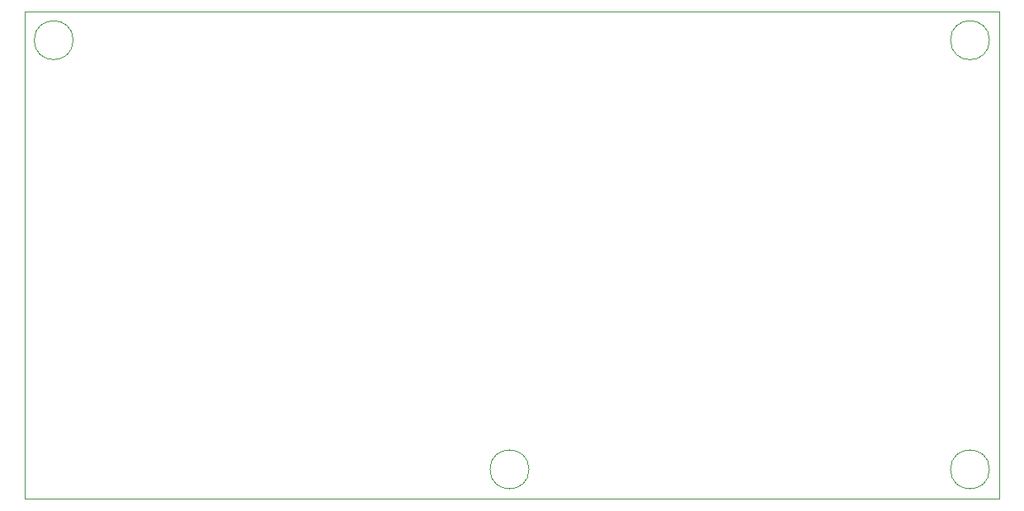
<source format=gm1>
G04 #@! TF.GenerationSoftware,KiCad,Pcbnew,9.0.1*
G04 #@! TF.CreationDate,2025-05-01T12:24:31+02:00*
G04 #@! TF.ProjectId,despertador,64657370-6572-4746-9164-6f722e6b6963,rev?*
G04 #@! TF.SameCoordinates,Original*
G04 #@! TF.FileFunction,Profile,NP*
%FSLAX46Y46*%
G04 Gerber Fmt 4.6, Leading zero omitted, Abs format (unit mm)*
G04 Created by KiCad (PCBNEW 9.0.1) date 2025-05-01 12:24:31*
%MOMM*%
%LPD*%
G01*
G04 APERTURE LIST*
G04 #@! TA.AperFunction,Profile*
%ADD10C,0.050000*%
G04 #@! TD*
G04 APERTURE END LIST*
D10*
X80000000Y-90010000D02*
X180000000Y-90010000D01*
X180000000Y-140000000D01*
X80000000Y-140000000D01*
X80000000Y-90010000D01*
X131750000Y-137000000D02*
G75*
G02*
X127750000Y-137000000I-2000000J0D01*
G01*
X127750000Y-137000000D02*
G75*
G02*
X131750000Y-137000000I2000000J0D01*
G01*
X179000000Y-92910000D02*
G75*
G02*
X175000000Y-92910000I-2000000J0D01*
G01*
X175000000Y-92910000D02*
G75*
G02*
X179000000Y-92910000I2000000J0D01*
G01*
X84980000Y-92910000D02*
G75*
G02*
X80980000Y-92910000I-2000000J0D01*
G01*
X80980000Y-92910000D02*
G75*
G02*
X84980000Y-92910000I2000000J0D01*
G01*
X179000000Y-137000000D02*
G75*
G02*
X175000000Y-137000000I-2000000J0D01*
G01*
X175000000Y-137000000D02*
G75*
G02*
X179000000Y-137000000I2000000J0D01*
G01*
M02*

</source>
